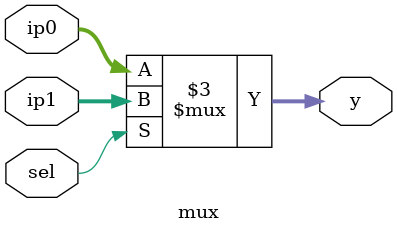
<source format=v>
module mux(
	input [9:0]ip0,ip1,
	input sel,
	output reg [9:0]y
	);

always @(ip0,ip1,sel) begin
	if(sel)
		y = ip1;
	else
		y = ip0;
end

endmodule 
</source>
